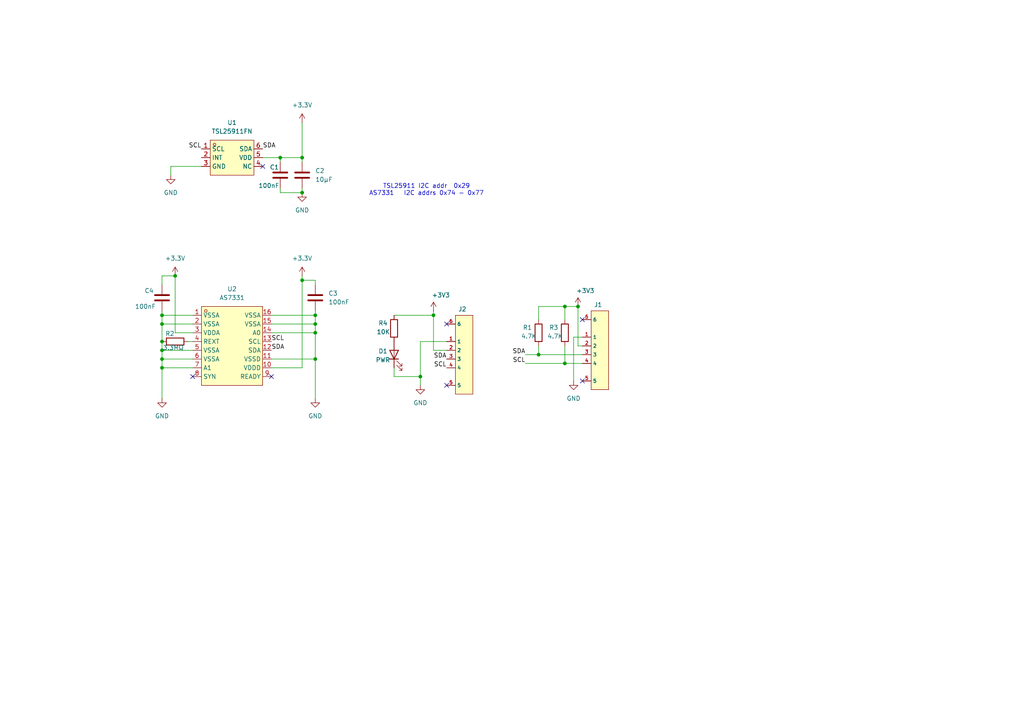
<source format=kicad_sch>
(kicad_sch (version 20250114) (generator "eeschema") (generator_version "9.0")
  (paper "A4")
  (lib_symbols
    (symbol "Device:C" (pin_numbers (hide yes)) (pin_names (offset 0.254))
      (property "Reference" "C" (at 0.635 2.54 0))
      (property "Value" "C" (at 0.635 -2.54 0))
      (symbol "C_0_1"
        (polyline (pts (xy -2.032 0.762) (xy 2.032 0.762)) (stroke (width 0.508)))
        (polyline (pts (xy -2.032 -0.762) (xy 2.032 -0.762)) (stroke (width 0.508)))
      )
      (symbol "C_1_1"
        (pin passive line (at 0 3.81 270) (length 2.794) (name "~") (number "1"))
        (pin passive line (at 0 -3.81 90) (length 2.794) (name "~") (number "2"))
      )
    )
    (symbol "Device:LED" (pin_numbers (hide yes)) (pin_names (offset 1.016) (hide yes))
      (property "Reference" "D" (at 0 2.54 0))
      (property "Value" "LED" (at 0 -2.54 0))
      (symbol "LED_0_1"
        (polyline (pts (xy -3.048 -0.762) (xy -4.572 -2.286) (xy -3.81 -2.286) (xy -4.572 -2.286) (xy -4.572 -1.524)))
        (polyline (pts (xy -1.778 -0.762) (xy -3.302 -2.286) (xy -2.54 -2.286) (xy -3.302 -2.286) (xy -3.302 -1.524)))
        (polyline (pts (xy -1.27 0) (xy 1.27 0)))
        (polyline (pts (xy -1.27 -1.27) (xy -1.27 1.27)) (stroke (width 0.254)))
        (polyline (pts (xy 1.27 -1.27) (xy 1.27 1.27) (xy -1.27 0) (xy 1.27 -1.27)) (stroke (width 0.254)))
      )
      (symbol "LED_1_1"
        (pin passive line (at -3.81 0 0) (length 2.54) (name "K") (number "1"))
        (pin passive line (at 3.81 0 180) (length 2.54) (name "A") (number "2"))
      )
    )
    (symbol "Device:R" (pin_numbers (hide yes)) (pin_names (offset 0))
      (property "Reference" "R" (at 2.032 0 90))
      (property "Value" "R" (at 0 0 90))
      (symbol "R_0_1"
        (rectangle (start -1.016 -2.54) (end 1.016 2.54) (stroke (width 0.254)))
      )
      (symbol "R_1_1"
        (pin passive line (at 0 3.81 270) (length 1.27) (name "~") (number "1"))
        (pin passive line (at 0 -3.81 90) (length 1.27) (name "~") (number "2"))
      )
    )
    (symbol "EasyEDA:AS7331-AQFMOLGA16LFT&R"
      (property "Reference" "U" (at 0 13.97 0))
      (property "Value" "AS7331-AQFM OLGA16 LF T&R" (at 0 -13.97 0))
      (symbol "AS7331-AQFMOLGA16LFT&R_0_1"
        (rectangle (start -8.89 11.43) (end 8.89 -11.43) (fill (type background)))
        (circle (center -7.62 10.16) (radius 0.38))
        (pin unspecified line (at -11.43 8.89 0) (length 2.54) (name "VSSA") (number "1"))
        (pin unspecified line (at -11.43 6.35 0) (length 2.54) (name "VSSA") (number "2"))
        (pin unspecified line (at -11.43 3.81 0) (length 2.54) (name "VDDA") (number "3"))
        (pin unspecified line (at -11.43 1.27 0) (length 2.54) (name "REXT") (number "4"))
        (pin unspecified line (at -11.43 -1.27 0) (length 2.54) (name "VSSA") (number "5"))
        (pin unspecified line (at -11.43 -3.81 0) (length 2.54) (name "VSSA") (number "6"))
        (pin unspecified line (at -11.43 -6.35 0) (length 2.54) (name "A1") (number "7"))
        (pin unspecified line (at -11.43 -8.89 0) (length 2.54) (name "SYN") (number "8"))
        (pin unspecified line (at 11.43 8.89 180) (length 2.54) (name "VSSA") (number "16"))
        (pin unspecified line (at 11.43 6.35 180) (length 2.54) (name "VSSA") (number "15"))
        (pin unspecified line (at 11.43 3.81 180) (length 2.54) (name "A0") (number "14"))
        (pin unspecified line (at 11.43 1.27 180) (length 2.54) (name "SCL") (number "13"))
        (pin unspecified line (at 11.43 -1.27 180) (length 2.54) (name "SDA") (number "12"))
        (pin unspecified line (at 11.43 -3.81 180) (length 2.54) (name "VSSD") (number "11"))
        (pin unspecified line (at 11.43 -6.35 180) (length 2.54) (name "VDDD") (number "10"))
        (pin unspecified line (at 11.43 -8.89 180) (length 2.54) (name "READY") (number "9"))
      )
    )
    (symbol "EasyEDA:TSL25911FN"
      (property "Reference" "U" (at 0 7.62 0))
      (property "Value" "TSL25911FN" (at 0 -7.62 0))
      (symbol "TSL25911FN_0_1"
        (rectangle (start -6.35 5.08) (end 6.35 -5.08) (fill (type background)))
        (circle (center -5.08 3.81) (radius 0.38))
        (pin unspecified line (at -8.89 2.54 0) (length 2.54) (name "SCL") (number "1"))
        (pin unspecified line (at -8.89 0 0) (length 2.54) (name "INT") (number "2"))
        (pin unspecified line (at -8.89 -2.54 0) (length 2.54) (name "GND") (number "3"))
        (pin unspecified line (at 8.89 2.54 180) (length 2.54) (name "SDA") (number "6"))
        (pin unspecified line (at 8.89 0 180) (length 2.54) (name "VDD") (number "5"))
        (pin unspecified line (at 8.89 -2.54 180) (length 2.54) (name "NC") (number "4"))
      )
    )
    (symbol "easyeda2kicad.kicad_sym:SM04B-SRSS-TB_(LF)(SN)"
      (property "Reference" "U" (at 0 1.27 0))
      (property "Value" "SM04B-SRSS-TB_(LF)(SN)" (at 0 -2.54 0))
      (symbol "SM04B-SRSS-TB_(LF)(SN)_0_1"
        (rectangle (start -11.43 1.27) (end 11.43 -3.81) (fill (type background)))
        (pin unspecified line (at -8.89 3.81 270) (length 2.54) (name "6") (number "6"))
        (pin unspecified line (at -3.81 3.81 270) (length 2.54) (name "1") (number "1"))
        (pin unspecified line (at -1.27 3.81 270) (length 2.54) (name "2") (number "2"))
        (pin unspecified line (at 1.27 3.81 270) (length 2.54) (name "3") (number "3"))
        (pin unspecified line (at 3.81 3.81 270) (length 2.54) (name "4") (number "4"))
        (pin unspecified line (at 8.89 3.81 270) (length 2.54) (name "5") (number "5"))
      )
    )
    (symbol "power:+3.3V" (power) (pin_numbers (hide yes)) (pin_names (offset 0) (hide yes))
      (property "Value" "+3.3V" (at 0 3.556 0))
      (symbol "+3.3V_0_1"
        (polyline (pts (xy -0.762 1.27) (xy 0 2.54)))
        (polyline (pts (xy 0 2.54) (xy 0.762 1.27)))
        (polyline (pts (xy 0 0) (xy 0 2.54)))
      )
      (symbol "+3.3V_1_1"
        (pin power_in line (at 0 0 90) (length 0) (name "~") (number "1"))
      )
    )
    (symbol "power:+3V3" (power) (pin_numbers (hide yes)) (pin_names (offset 0) (hide yes))
      (property "Value" "+3V3" (at 0 3.556 0))
      (symbol "+3V3_0_1"
        (polyline (pts (xy -0.762 1.27) (xy 0 2.54)))
        (polyline (pts (xy 0 2.54) (xy 0.762 1.27)))
        (polyline (pts (xy 0 0) (xy 0 2.54)))
      )
      (symbol "+3V3_1_1"
        (pin power_in line (at 0 0 90) (length 0) (name "~") (number "1"))
      )
    )
    (symbol "power:GND" (power) (pin_numbers (hide yes)) (pin_names (offset 0) (hide yes))
      (property "Value" "GND" (at 0 -3.81 0))
      (symbol "GND_0_1"
        (polyline (pts (xy 0 0) (xy 0 -1.27) (xy 1.27 -1.27) (xy 0 -2.54) (xy -1.27 -1.27) (xy 0 -1.27)))
      )
      (symbol "GND_1_1"
        (pin power_in line (at 0 0 270) (length 0) (name "~") (number "1"))
      )
    )
  )
  (text "TSL25911 I2C addr  0x29\nAS7331   I2C addrs 0x74 - 0x77" (at 123.698 55.118 0) (effects (font (size 1.27 1.27))))
  (junction (at 46.99 91.44))
  (junction (at 46.99 104.14))
  (junction (at 163.83 88.9))
  (junction (at 87.63 81.28))
  (junction (at 50.8 80.01))
  (junction (at 91.44 93.98))
  (junction (at 46.99 99.06))
  (junction (at 121.92 109.22))
  (junction (at 91.44 96.52))
  (junction (at 91.44 104.14))
  (junction (at 156.21 102.87))
  (junction (at 167.64 88.9))
  (junction (at 46.99 93.98))
  (junction (at 163.83 105.41))
  (junction (at 46.99 101.6))
  (junction (at 91.44 91.44))
  (junction (at 81.28 45.72))
  (junction (at 87.63 45.72))
  (junction (at 125.73 91.44))
  (junction (at 46.99 106.68))
  (junction (at 87.63 55.88))
  (no_connect (at 55.88 109.22))
  (no_connect (at 76.2 48.26))
  (no_connect (at 168.91 110.49))
  (no_connect (at 168.91 92.71))
  (no_connect (at 78.74 109.22))
  (no_connect (at 129.54 111.76))
  (no_connect (at 129.54 93.98))
  (wire (pts (xy 76.2 45.72) (xy 81.28 45.72)))
  (wire (pts (xy 163.83 88.9) (xy 167.64 88.9)))
  (wire (pts (xy 156.21 88.9) (xy 163.83 88.9)))
  (wire (pts (xy 46.99 106.68) (xy 46.99 115.57)))
  (wire (pts (xy 152.4 105.41) (xy 163.83 105.41)))
  (wire (pts (xy 46.99 106.68) (xy 55.88 106.68)))
  (wire (pts (xy 46.99 104.14) (xy 46.99 106.68)))
  (wire (pts (xy 54.61 99.06) (xy 55.88 99.06)))
  (wire (pts (xy 46.99 91.44) (xy 55.88 91.44)))
  (wire (pts (xy 87.63 80.01) (xy 87.63 81.28)))
  (wire (pts (xy 129.54 99.06) (xy 121.92 99.06)))
  (wire (pts (xy 81.28 54.61) (xy 81.28 55.88)))
  (wire (pts (xy 163.83 105.41) (xy 168.91 105.41)))
  (wire (pts (xy 121.92 109.22) (xy 114.3 109.22)))
  (wire (pts (xy 87.63 35.56) (xy 87.63 45.72)))
  (wire (pts (xy 46.99 99.06) (xy 46.99 101.6)))
  (wire (pts (xy 114.3 109.22) (xy 114.3 106.68)))
  (wire (pts (xy 91.44 81.28) (xy 91.44 82.55)))
  (wire (pts (xy 55.88 96.52) (xy 50.8 96.52)))
  (wire (pts (xy 163.83 100.33) (xy 163.83 105.41)))
  (wire (pts (xy 166.37 97.79) (xy 166.37 110.49)))
  (wire (pts (xy 78.74 96.52) (xy 91.44 96.52)))
  (wire (pts (xy 156.21 92.71) (xy 156.21 88.9)))
  (wire (pts (xy 50.8 80.01) (xy 50.8 96.52)))
  (wire (pts (xy 91.44 91.44) (xy 91.44 93.98)))
  (wire (pts (xy 81.28 55.88) (xy 87.63 55.88)))
  (wire (pts (xy 91.44 93.98) (xy 91.44 96.52)))
  (wire (pts (xy 87.63 45.72) (xy 87.63 46.99)))
  (wire (pts (xy 78.74 104.14) (xy 91.44 104.14)))
  (wire (pts (xy 78.74 106.68) (xy 87.63 106.68)))
  (wire (pts (xy 55.88 101.6) (xy 46.99 101.6)))
  (wire (pts (xy 46.99 82.55) (xy 46.99 80.01)))
  (wire (pts (xy 78.74 93.98) (xy 91.44 93.98)))
  (wire (pts (xy 46.99 101.6) (xy 46.99 104.14)))
  (wire (pts (xy 46.99 104.14) (xy 55.88 104.14)))
  (wire (pts (xy 87.63 81.28) (xy 91.44 81.28)))
  (wire (pts (xy 46.99 93.98) (xy 55.88 93.98)))
  (wire (pts (xy 167.64 88.9) (xy 167.64 100.33)))
  (wire (pts (xy 91.44 104.14) (xy 91.44 115.57)))
  (wire (pts (xy 125.73 90.17) (xy 125.73 91.44)))
  (wire (pts (xy 168.91 97.79) (xy 166.37 97.79)))
  (wire (pts (xy 46.99 93.98) (xy 46.99 99.06)))
  (wire (pts (xy 81.28 45.72) (xy 81.28 46.99)))
  (wire (pts (xy 156.21 102.87) (xy 168.91 102.87)))
  (wire (pts (xy 58.42 48.26) (xy 49.53 48.26)))
  (wire (pts (xy 87.63 81.28) (xy 87.63 106.68)))
  (wire (pts (xy 81.28 45.72) (xy 87.63 45.72)))
  (wire (pts (xy 91.44 96.52) (xy 91.44 104.14)))
  (wire (pts (xy 152.4 102.87) (xy 156.21 102.87)))
  (wire (pts (xy 91.44 90.17) (xy 91.44 91.44)))
  (wire (pts (xy 121.92 99.06) (xy 121.92 109.22)))
  (wire (pts (xy 114.3 91.44) (xy 125.73 91.44)))
  (wire (pts (xy 78.74 91.44) (xy 91.44 91.44)))
  (wire (pts (xy 125.73 91.44) (xy 125.73 101.6)))
  (wire (pts (xy 121.92 109.22) (xy 121.92 111.76)))
  (wire (pts (xy 46.99 80.01) (xy 50.8 80.01)))
  (wire (pts (xy 46.99 91.44) (xy 46.99 93.98)))
  (wire (pts (xy 46.99 90.17) (xy 46.99 91.44)))
  (wire (pts (xy 87.63 54.61) (xy 87.63 55.88)))
  (wire (pts (xy 168.91 100.33) (xy 167.64 100.33)))
  (wire (pts (xy 129.54 101.6) (xy 125.73 101.6)))
  (wire (pts (xy 156.21 100.33) (xy 156.21 102.87)))
  (wire (pts (xy 49.53 48.26) (xy 49.53 50.8)))
  (wire (pts (xy 163.83 88.9) (xy 163.83 92.71)))
  (label "SCL" (at 129.54 106.68 180))
  (label "SDA" (at 76.2 43.18 0))
  (label "SDA" (at 152.4 102.87 180))
  (label "SCL" (at 58.42 43.18 180))
  (label "SCL" (at 78.74 99.06 0))
  (label "SDA" (at 78.74 101.6 0))
  (label "SDA" (at 129.54 104.14 180))
  (label "SCL" (at 152.4 105.41 180))
  (symbol (lib_id "power:+3V3") (at 125.73 90.17 0) (unit 1)
    (property "Reference" "#PWR09" (effects (hide yes)))
    (property "Value" "+3V3" (at 125.222 85.598 0) (effects (justify left)))
    (property "Description" "Power symbol creates a global label with name \"+3V3\"" (effects (hide yes)))
  )
  (symbol (lib_id "Device:R") (at 114.3 95.25 0) (unit 1)
    (property "Reference" "R4" (at 109.728 93.726 0) (effects (justify left)))
    (property "Value" "10K" (at 109.22 96.266 0) (effects (justify left)))
    (property "Footprint" "Resistor_SMD:R_0805_2012Metric_Pad1.20x1.40mm_HandSolder" (effects (hide yes)))
    (property "Description" "Resistor" (effects (hide yes)))
    (property "LCSC" "C17414" (effects (hide yes)))
  )
  (symbol (lib_id "Device:R") (at 156.21 96.52 0) (unit 1)
    (property "Reference" "R1" (at 151.638 94.996 0) (effects (justify left)))
    (property "Value" "4.7K" (at 151.13 97.536 0) (effects (justify left)))
    (property "Footprint" "Resistor_SMD:R_0805_2012Metric_Pad1.20x1.40mm_HandSolder" (effects (hide yes)))
    (property "Description" "Resistor" (effects (hide yes)))
    (property "LCSC" "C17673" (effects (hide yes)))
  )
  (symbol (lib_id "power:GND") (at 166.37 110.49 0) (unit 1)
    (property "Reference" "#PWR029" (effects (hide yes)))
    (property "Value" "GND" (at 166.37 115.57 0))
    (property "Description" "Power symbol creates a global label with name \"GND\" , ground" (effects (hide yes)))
  )
  (symbol (lib_id "Device:LED") (at 114.3 102.87 90) (unit 1)
    (property "Reference" "D1" (at 109.728 101.854 90) (effects (justify right)))
    (property "Value" "PWR" (at 108.966 104.394 90) (effects (justify right)))
    (property "Footprint" "LED_SMD:LED_0805_2012Metric" (effects (hide yes)))
    (property "Description" "Light emitting diode" (effects (hide yes)))
    (property "LCSC" "C84256" (effects (hide yes)))
  )
  (symbol (lib_id "power:GND") (at 46.99 115.57 0) (unit 1)
    (property "Reference" "#PWR04" (effects (hide yes)))
    (property "Value" "GND" (at 46.99 120.65 0))
    (property "Description" "Power symbol creates a global label with name \"GND\" , ground" (effects (hide yes)))
  )
  (symbol (lib_id "power:GND") (at 121.92 111.76 0) (unit 1)
    (property "Reference" "#PWR08" (effects (hide yes)))
    (property "Value" "GND" (at 121.92 116.84 0))
    (property "Description" "Power symbol creates a global label with name \"GND\" , ground" (effects (hide yes)))
  )
  (symbol (lib_id "easyeda2kicad.kicad_sym:SM04B-SRSS-TB_(LF)(SN)") (at 172.72 101.6 90) (mirror x) (unit 1)
    (property "Reference" "J1" (at 173.482 88.392 90))
    (property "Value" "SM04B-SRSS-TB_(LF)(SN)" (effects (hide yes)))
    (property "Footprint" "footprint:CONN-SMD_4P-P1.00_SM04B-SRSS-TB-LF-SN" (effects (hide yes)))
    (property "Datasheet" "https://lcsc.com/product-detail/Wire-To-Board-Wire-To-Wire-Connector_JST-Sales-America_SM04B-SRSS-TB-LF-SN_JST-Sales-America-SM04B-SRSS-TB-LF-SN_C160404.html" (effects (hide yes)))
    (property "LCSC" "C160404" (effects (hide yes)))
  )
  (symbol (lib_id "Device:C") (at 46.99 86.36 0) (unit 1)
    (property "Reference" "C4" (at 41.91 84.328 0) (effects (justify left)))
    (property "Value" "100nF" (at 39.116 88.9 0) (effects (justify left)))
    (property "Footprint" "Capacitor_SMD:C_0805_2012Metric_Pad1.18x1.45mm_HandSolder" (effects (hide yes)))
    (property "Description" "Unpolarized capacitor" (effects (hide yes)))
    (property "MPN" "C1711" (effects (hide yes)))
  )
  (symbol (lib_id "power:GND") (at 91.44 115.57 0) (unit 1)
    (property "Reference" "#PWR05" (effects (hide yes)))
    (property "Value" "GND" (at 91.44 120.65 0))
    (property "Description" "Power symbol creates a global label with name \"GND\" , ground" (effects (hide yes)))
  )
  (symbol (lib_id "Device:R") (at 163.83 96.52 0) (unit 1)
    (property "Reference" "R3" (at 159.258 94.996 0) (effects (justify left)))
    (property "Value" "4.7K" (at 158.75 97.536 0) (effects (justify left)))
    (property "Footprint" "Resistor_SMD:R_0805_2012Metric_Pad1.20x1.40mm_HandSolder" (effects (hide yes)))
    (property "Description" "Resistor" (effects (hide yes)))
    (property "LCSC" "C17673" (effects (hide yes)))
  )
  (symbol (lib_id "power:+3.3V") (at 50.8 80.01 0) (unit 1)
    (property "Reference" "#PWR01" (effects (hide yes)))
    (property "Value" "+3.3V" (at 50.8 74.93 0))
    (property "Description" "Power symbol creates a global label with name \"+3.3V\"" (effects (hide yes)))
  )
  (symbol (lib_id "power:+3.3V") (at 87.63 35.56 0) (unit 1)
    (property "Reference" "#PWR06" (effects (hide yes)))
    (property "Value" "+3.3V" (at 87.63 30.48 0))
    (property "Description" "Power symbol creates a global label with name \"+3.3V\"" (effects (hide yes)))
  )
  (symbol (lib_id "Device:R") (at 50.8 99.06 270) (unit 1)
    (property "Reference" "R2" (at 49.276 96.774 90))
    (property "Value" "3.3MΩ" (at 50.292 100.838 90))
    (property "Footprint" "Resistor_SMD:R_0805_2012Metric_Pad1.20x1.40mm_HandSolder" (effects (hide yes)))
    (property "Description" "Resistor" (effects (hide yes)))
    (property "MPN" "C34154" (effects (hide yes)))
  )
  (symbol (lib_id "Device:C") (at 91.44 86.36 0) (unit 1)
    (property "Reference" "C3" (at 95.25 85.0899 0) (effects (justify left)))
    (property "Value" "100nF" (at 95.25 87.6299 0) (effects (justify left)))
    (property "Footprint" "Capacitor_SMD:C_0805_2012Metric_Pad1.18x1.45mm_HandSolder" (effects (hide yes)))
    (property "Description" "Unpolarized capacitor" (effects (hide yes)))
    (property "MPN" "C1711" (effects (hide yes)))
  )
  (symbol (lib_id "Device:C") (at 81.28 50.8 0) (unit 1)
    (property "Reference" "C1" (at 78.232 48.514 0) (effects (justify left)))
    (property "Value" "100nF" (at 74.93 53.848 0) (effects (justify left)))
    (property "Footprint" "Capacitor_SMD:C_0805_2012Metric_Pad1.18x1.45mm_HandSolder" (effects (hide yes)))
    (property "Description" "Unpolarized capacitor" (effects (hide yes)))
    (property "MPN" "C1711" (effects (hide yes)))
  )
  (symbol (lib_id "power:+3V3") (at 167.64 88.9 0) (unit 1)
    (property "Reference" "#PWR030" (effects (hide yes)))
    (property "Value" "+3V3" (at 167.132 84.328 0) (effects (justify left)))
    (property "Description" "Power symbol creates a global label with name \"+3V3\"" (effects (hide yes)))
  )
  (symbol (lib_id "power:GND") (at 87.63 55.88 0) (unit 1)
    (property "Reference" "#PWR07" (effects (hide yes)))
    (property "Value" "GND" (at 87.63 60.96 0))
    (property "Description" "Power symbol creates a global label with name \"GND\" , ground" (effects (hide yes)))
  )
  (symbol (lib_id "EasyEDA:AS7331-AQFMOLGA16LFT&R") (at 67.31 100.33 0) (unit 1)
    (property "Reference" "U2" (at 67.31 83.82 0))
    (property "Value" "AS7331" (at 67.31 86.36 0))
    (property "Footprint" "EasyEDA:OLGA-16_L3.7-W2.6-P0.50-TL_AS7331-AQFM" (effects (hide yes)))
    (property "LCSC Part" "C7529330" (effects (hide yes)))
  )
  (symbol (lib_id "power:GND") (at 49.53 50.8 0) (unit 1)
    (property "Reference" "#PWR02" (effects (hide yes)))
    (property "Value" "GND" (at 49.53 55.88 0))
    (property "Description" "Power symbol creates a global label with name \"GND\" , ground" (effects (hide yes)))
  )
  (symbol (lib_id "EasyEDA:TSL25911FN") (at 67.31 45.72 0) (unit 1)
    (property "Reference" "U1" (at 67.31 35.56 0))
    (property "Value" "TSL25911FN" (at 67.31 38.1 0))
    (property "Footprint" "EasyEDA:DFN-6_L2.4-W2.0-P0.65-BL" (effects (hide yes)))
    (property "LCSC Part" "C176812" (effects (hide yes)))
  )
  (symbol (lib_id "power:+3.3V") (at 87.63 80.01 0) (unit 1)
    (property "Reference" "#PWR03" (effects (hide yes)))
    (property "Value" "+3.3V" (at 87.63 74.93 0))
    (property "Description" "Power symbol creates a global label with name \"+3.3V\"" (effects (hide yes)))
  )
  (symbol (lib_id "easyeda2kicad.kicad_sym:SM04B-SRSS-TB_(LF)(SN)") (at 133.35 102.87 90) (mirror x) (unit 1)
    (property "Reference" "J2" (at 134.112 89.662 90))
    (property "Value" "SM04B-SRSS-TB_(LF)(SN)" (effects (hide yes)))
    (property "Footprint" "footprint:CONN-SMD_4P-P1.00_SM04B-SRSS-TB-LF-SN" (effects (hide yes)))
    (property "Datasheet" "https://lcsc.com/product-detail/Wire-To-Board-Wire-To-Wire-Connector_JST-Sales-America_SM04B-SRSS-TB-LF-SN_JST-Sales-America-SM04B-SRSS-TB-LF-SN_C160404.html" (effects (hide yes)))
    (property "LCSC" "C160404" (effects (hide yes)))
  )
  (symbol (lib_id "Device:C") (at 87.63 50.8 0) (unit 1)
    (property "Reference" "C2" (at 91.44 49.5299 0) (effects (justify left)))
    (property "Value" "10µF" (at 91.44 52.0699 0) (effects (justify left)))
    (property "Footprint" "Capacitor_SMD:C_0805_2012Metric_Pad1.18x1.45mm_HandSolder" (effects (hide yes)))
    (property "Description" "Unpolarized capacitor" (effects (hide yes)))
    (property "MPN" "C1713" (effects (hide yes)))
  )
)
</source>
